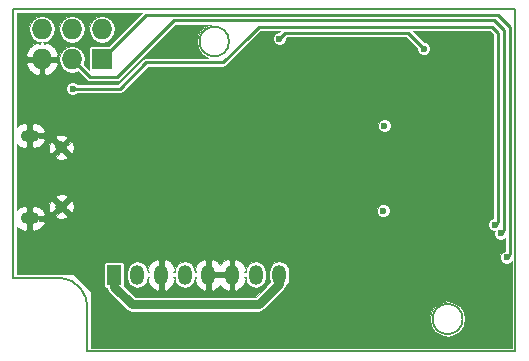
<source format=gbl>
G04 #@! TF.FileFunction,Copper,L2,Bot,Signal*
%FSLAX46Y46*%
G04 Gerber Fmt 4.6, Leading zero omitted, Abs format (unit mm)*
G04 Created by KiCad (PCBNEW (2016-01-28 BZR 6518)-product) date Saturday, May 07, 2016 'PMt' 06:41:03 PM*
%MOMM*%
G01*
G04 APERTURE LIST*
%ADD10C,0.100000*%
%ADD11C,0.500000*%
%ADD12C,0.150000*%
%ADD13C,1.000000*%
%ADD14O,1.550000X1.000000*%
%ADD15R,1.727200X1.727200*%
%ADD16O,1.727200X1.727200*%
%ADD17R,1.198880X1.699260*%
%ADD18O,1.198880X1.699260*%
%ADD19C,0.600000*%
%ADD20C,0.750000*%
%ADD21C,0.250000*%
G04 APERTURE END LIST*
D10*
D11*
X100975000Y-67750000D02*
X101800000Y-67750000D01*
D12*
X101775000Y-60575000D02*
X101775000Y-60550000D01*
D11*
X100950000Y-60750000D02*
X101775000Y-60750000D01*
D12*
X101875000Y-60775000D02*
X101875000Y-60700000D01*
X100800000Y-60900000D02*
X100800000Y-60700000D01*
X101900000Y-60600000D02*
X101900000Y-60900000D01*
X142500000Y-79000000D02*
X106250000Y-79000000D01*
X100000000Y-50000000D02*
X142250000Y-50000000D01*
X142500000Y-50000000D02*
X100000000Y-50000000D01*
X142500000Y-50500000D02*
X142500000Y-50000000D01*
X138024755Y-76250000D02*
G75*
G03X138024755Y-76250000I-1274755J0D01*
G01*
X118250000Y-52750000D02*
G75*
G03X118250000Y-52750000I-1250000J0D01*
G01*
X100000000Y-72750000D02*
X100250000Y-72750000D01*
X100000000Y-50000000D02*
X100000000Y-72750000D01*
X106250000Y-75500000D02*
X106250000Y-79000000D01*
X100000000Y-72750000D02*
X102750000Y-72750000D01*
X104000000Y-72750000D02*
X100000000Y-72750000D01*
X106250000Y-75500000D02*
G75*
G03X104000000Y-72750000I-2500000J250000D01*
G01*
X100000000Y-50500000D02*
X100000000Y-50000000D01*
X142500000Y-79000000D02*
X142500000Y-50500000D01*
D13*
X104062540Y-61724100D03*
X104062540Y-66724100D03*
D14*
X101362540Y-60724100D03*
X101362540Y-67724100D03*
D15*
X107500000Y-54250000D03*
D16*
X107500000Y-51710000D03*
X104960000Y-54250000D03*
X104960000Y-51710000D03*
X102420000Y-54250000D03*
X102420000Y-51710000D03*
D17*
X108499760Y-72500000D03*
D18*
X110498740Y-72500000D03*
X112500260Y-72500000D03*
X114499240Y-72500000D03*
X116500760Y-72500000D03*
X118499740Y-72500000D03*
X120501260Y-72500000D03*
X122500240Y-72500000D03*
D19*
X131300000Y-67100000D03*
X131400000Y-59900000D03*
X109900000Y-61250000D03*
X122500000Y-59450000D03*
X107250000Y-63000000D03*
X108250000Y-63000000D03*
X107750000Y-62250000D03*
X114250000Y-62250000D03*
X113750000Y-63000000D03*
X114750000Y-63000000D03*
X127250000Y-70750000D03*
X126250000Y-70750000D03*
X134750000Y-53350000D03*
X122500000Y-52500000D03*
X140750000Y-68250000D03*
X105000000Y-56750000D03*
X141250000Y-69000000D03*
X141750000Y-71000000D03*
D20*
X108499760Y-72500000D02*
X108499760Y-73499760D01*
X120750000Y-75000000D02*
X122500240Y-73249760D01*
X110000000Y-75000000D02*
X120750000Y-75000000D01*
X108499760Y-73499760D02*
X110000000Y-75000000D01*
X122500240Y-73249760D02*
X122500240Y-72500000D01*
D21*
X123000000Y-52000000D02*
X122500000Y-52500000D01*
X134750000Y-53350000D02*
X133400000Y-52000000D01*
X133400000Y-52000000D02*
X123000000Y-52000000D01*
X120000000Y-52250000D02*
X117750000Y-54500000D01*
X140500000Y-51500000D02*
X120750000Y-51500000D01*
X141000000Y-52000000D02*
X140500000Y-51500000D01*
X141000000Y-68000000D02*
X141000000Y-52000000D01*
X140750000Y-68250000D02*
X141000000Y-68000000D01*
X120750000Y-51500000D02*
X120000000Y-52250000D01*
X109000000Y-56750000D02*
X105000000Y-56750000D01*
X111250000Y-54500000D02*
X109000000Y-56750000D01*
X117750000Y-54500000D02*
X111250000Y-54500000D01*
X114250000Y-50950002D02*
X113549998Y-50950002D01*
X140700002Y-50950002D02*
X114250000Y-50950002D01*
X141549998Y-51799998D02*
X140700002Y-50950002D01*
X141549998Y-68700002D02*
X141549998Y-51799998D01*
X141250000Y-69000000D02*
X141549998Y-68700002D01*
X106460000Y-55750000D02*
X104960000Y-54250000D01*
X108750000Y-55750000D02*
X106460000Y-55750000D01*
X113549998Y-50950002D02*
X108750000Y-55750000D01*
X114250000Y-50500000D02*
X111250000Y-50500000D01*
X141750000Y-71000000D02*
X142000000Y-70750000D01*
X142000000Y-70750000D02*
X142000000Y-51500000D01*
X142000000Y-51500000D02*
X141000000Y-50500000D01*
X141000000Y-50500000D02*
X114250000Y-50500000D01*
X111250000Y-50500000D02*
X107500000Y-54250000D01*
D10*
G36*
X108088167Y-53131503D02*
X106636400Y-53131503D01*
X106538855Y-53150906D01*
X106456161Y-53206161D01*
X106400906Y-53288855D01*
X106381503Y-53386400D01*
X106381503Y-55113600D01*
X106388349Y-55148019D01*
X105968593Y-54728263D01*
X105988832Y-54697973D01*
X106073600Y-54271817D01*
X106073600Y-54228183D01*
X105988832Y-53802027D01*
X105747434Y-53440749D01*
X105386156Y-53199351D01*
X104960000Y-53114583D01*
X104533844Y-53199351D01*
X104172566Y-53440749D01*
X103931168Y-53802027D01*
X103846400Y-54228183D01*
X103846400Y-54271817D01*
X103931168Y-54697973D01*
X104172566Y-55059251D01*
X104533844Y-55300649D01*
X104960000Y-55385417D01*
X105386156Y-55300649D01*
X105442603Y-55262933D01*
X106194835Y-56015165D01*
X106316493Y-56096455D01*
X106460000Y-56125000D01*
X108750000Y-56125000D01*
X108893507Y-56096455D01*
X109015165Y-56015165D01*
X113705328Y-51325002D01*
X116748624Y-51325002D01*
X116435542Y-51387278D01*
X115957017Y-51707017D01*
X115637278Y-52185542D01*
X115525000Y-52750000D01*
X115637278Y-53314458D01*
X115957017Y-53792983D01*
X116435542Y-54112722D01*
X116497267Y-54125000D01*
X111250000Y-54125000D01*
X111106494Y-54153545D01*
X110984835Y-54234835D01*
X108844670Y-56375000D01*
X105402793Y-56375000D01*
X105311957Y-56284005D01*
X105109882Y-56200096D01*
X104891078Y-56199905D01*
X104688857Y-56283461D01*
X104534005Y-56438043D01*
X104450096Y-56640118D01*
X104449905Y-56858922D01*
X104533461Y-57061143D01*
X104688043Y-57215995D01*
X104890118Y-57299904D01*
X105108922Y-57300095D01*
X105311143Y-57216539D01*
X105402842Y-57125000D01*
X109000000Y-57125000D01*
X109143507Y-57096455D01*
X109265165Y-57015165D01*
X111405330Y-54875000D01*
X117750000Y-54875000D01*
X117893507Y-54846455D01*
X118015165Y-54765165D01*
X120905330Y-51875000D01*
X122594670Y-51875000D01*
X122519653Y-51950017D01*
X122391078Y-51949905D01*
X122188857Y-52033461D01*
X122034005Y-52188043D01*
X121950096Y-52390118D01*
X121949905Y-52608922D01*
X122033461Y-52811143D01*
X122188043Y-52965995D01*
X122390118Y-53049904D01*
X122608922Y-53050095D01*
X122811143Y-52966539D01*
X122965995Y-52811957D01*
X123049904Y-52609882D01*
X123050017Y-52480313D01*
X123155330Y-52375000D01*
X133244670Y-52375000D01*
X134200017Y-53330347D01*
X134199905Y-53458922D01*
X134283461Y-53661143D01*
X134438043Y-53815995D01*
X134640118Y-53899904D01*
X134858922Y-53900095D01*
X135061143Y-53816539D01*
X135215995Y-53661957D01*
X135299904Y-53459882D01*
X135300095Y-53241078D01*
X135216539Y-53038857D01*
X135061957Y-52884005D01*
X134859882Y-52800096D01*
X134730313Y-52799983D01*
X133805330Y-51875000D01*
X140344670Y-51875000D01*
X140625000Y-52155330D01*
X140625000Y-67706548D01*
X140438857Y-67783461D01*
X140284005Y-67938043D01*
X140200096Y-68140118D01*
X140199905Y-68358922D01*
X140283461Y-68561143D01*
X140438043Y-68715995D01*
X140640118Y-68799904D01*
X140737521Y-68799989D01*
X140700096Y-68890118D01*
X140699905Y-69108922D01*
X140783461Y-69311143D01*
X140938043Y-69465995D01*
X141140118Y-69549904D01*
X141358922Y-69550095D01*
X141561143Y-69466539D01*
X141625000Y-69402793D01*
X141625000Y-70456548D01*
X141438857Y-70533461D01*
X141284005Y-70688043D01*
X141200096Y-70890118D01*
X141199905Y-71108922D01*
X141283461Y-71311143D01*
X141438043Y-71465995D01*
X141640118Y-71549904D01*
X141858922Y-71550095D01*
X142061143Y-71466539D01*
X142200000Y-71327924D01*
X142200000Y-78700000D01*
X106550000Y-78700000D01*
X106550000Y-76250000D01*
X135250245Y-76250000D01*
X135364407Y-76823931D01*
X135689513Y-77310487D01*
X136176069Y-77635593D01*
X136750000Y-77749755D01*
X137323931Y-77635593D01*
X137810487Y-77310487D01*
X138135593Y-76823931D01*
X138249755Y-76250000D01*
X138135593Y-75676069D01*
X137810487Y-75189513D01*
X137323931Y-74864407D01*
X136750000Y-74750245D01*
X136176069Y-74864407D01*
X135689513Y-75189513D01*
X135364407Y-75676069D01*
X135250245Y-76250000D01*
X106550000Y-76250000D01*
X106550000Y-74000000D01*
X106546194Y-73980866D01*
X106535355Y-73964645D01*
X105035355Y-72464645D01*
X105019134Y-72453806D01*
X105000000Y-72450000D01*
X100300000Y-72450000D01*
X100300000Y-71650370D01*
X107645423Y-71650370D01*
X107645423Y-73349630D01*
X107664826Y-73447175D01*
X107720081Y-73529869D01*
X107802775Y-73585124D01*
X107895405Y-73603549D01*
X107922335Y-73738937D01*
X108057818Y-73941702D01*
X109558058Y-75441942D01*
X109760823Y-75577425D01*
X110000000Y-75625001D01*
X110000005Y-75625000D01*
X120750000Y-75625000D01*
X120989177Y-75577425D01*
X121191942Y-75441942D01*
X122942182Y-73691702D01*
X123077665Y-73488938D01*
X123100845Y-73372405D01*
X123100885Y-73372378D01*
X123285020Y-73096800D01*
X123349680Y-72771733D01*
X123349680Y-72228267D01*
X123285020Y-71903200D01*
X123100885Y-71627622D01*
X122825307Y-71443487D01*
X122500240Y-71378827D01*
X122175173Y-71443487D01*
X121899595Y-71627622D01*
X121715460Y-71903200D01*
X121650800Y-72228267D01*
X121650800Y-72771733D01*
X121715460Y-73096800D01*
X121737032Y-73129084D01*
X120491116Y-74375000D01*
X110258884Y-74375000D01*
X109333238Y-73449354D01*
X109334694Y-73447175D01*
X109354097Y-73349630D01*
X109354097Y-72228267D01*
X109649300Y-72228267D01*
X109649300Y-72771733D01*
X109713960Y-73096800D01*
X109898095Y-73372378D01*
X110173673Y-73556513D01*
X110498740Y-73621173D01*
X110823807Y-73556513D01*
X111099385Y-73372378D01*
X111283520Y-73096800D01*
X111348180Y-72771733D01*
X111348180Y-72704002D01*
X111478260Y-72704002D01*
X111345835Y-72886267D01*
X111485785Y-73317688D01*
X111780179Y-73662713D01*
X112120543Y-73843571D01*
X112296260Y-73747479D01*
X112296260Y-72704000D01*
X112276260Y-72704000D01*
X112276260Y-72296000D01*
X112296260Y-72296000D01*
X112296260Y-71252521D01*
X112704260Y-71252521D01*
X112704260Y-72296000D01*
X112724260Y-72296000D01*
X112724260Y-72704000D01*
X112704260Y-72704000D01*
X112704260Y-73747479D01*
X112879977Y-73843571D01*
X113220341Y-73662713D01*
X113514735Y-73317688D01*
X113654685Y-72886267D01*
X113522260Y-72704002D01*
X113649800Y-72704002D01*
X113649800Y-72771733D01*
X113714460Y-73096800D01*
X113898595Y-73372378D01*
X114174173Y-73556513D01*
X114499240Y-73621173D01*
X114824307Y-73556513D01*
X115099885Y-73372378D01*
X115284020Y-73096800D01*
X115348680Y-72771733D01*
X115348680Y-72704002D01*
X115478760Y-72704002D01*
X115346335Y-72886267D01*
X115486285Y-73317688D01*
X115780679Y-73662713D01*
X116121043Y-73843571D01*
X116296760Y-73747479D01*
X116296760Y-72704000D01*
X116704760Y-72704000D01*
X116704760Y-73747479D01*
X116880477Y-73843571D01*
X117220841Y-73662713D01*
X117500250Y-73335250D01*
X117779659Y-73662713D01*
X118120023Y-73843571D01*
X118295740Y-73747479D01*
X118295740Y-72704000D01*
X116704760Y-72704000D01*
X116296760Y-72704000D01*
X116276760Y-72704000D01*
X116276760Y-72296000D01*
X116296760Y-72296000D01*
X116296760Y-71252521D01*
X116704760Y-71252521D01*
X116704760Y-72296000D01*
X118295740Y-72296000D01*
X118295740Y-71252521D01*
X118703740Y-71252521D01*
X118703740Y-72296000D01*
X118723740Y-72296000D01*
X118723740Y-72704000D01*
X118703740Y-72704000D01*
X118703740Y-73747479D01*
X118879457Y-73843571D01*
X119219821Y-73662713D01*
X119514215Y-73317688D01*
X119654165Y-72886267D01*
X119521740Y-72704002D01*
X119651820Y-72704002D01*
X119651820Y-72771733D01*
X119716480Y-73096800D01*
X119900615Y-73372378D01*
X120176193Y-73556513D01*
X120501260Y-73621173D01*
X120826327Y-73556513D01*
X121101905Y-73372378D01*
X121286040Y-73096800D01*
X121350700Y-72771733D01*
X121350700Y-72228267D01*
X121286040Y-71903200D01*
X121101905Y-71627622D01*
X120826327Y-71443487D01*
X120501260Y-71378827D01*
X120176193Y-71443487D01*
X119900615Y-71627622D01*
X119716480Y-71903200D01*
X119651820Y-72228267D01*
X119651820Y-72295998D01*
X119521740Y-72295998D01*
X119654165Y-72113733D01*
X119514215Y-71682312D01*
X119219821Y-71337287D01*
X118879457Y-71156429D01*
X118703740Y-71252521D01*
X118295740Y-71252521D01*
X118120023Y-71156429D01*
X117779659Y-71337287D01*
X117500250Y-71664750D01*
X117220841Y-71337287D01*
X116880477Y-71156429D01*
X116704760Y-71252521D01*
X116296760Y-71252521D01*
X116121043Y-71156429D01*
X115780679Y-71337287D01*
X115486285Y-71682312D01*
X115346335Y-72113733D01*
X115478760Y-72295998D01*
X115348680Y-72295998D01*
X115348680Y-72228267D01*
X115284020Y-71903200D01*
X115099885Y-71627622D01*
X114824307Y-71443487D01*
X114499240Y-71378827D01*
X114174173Y-71443487D01*
X113898595Y-71627622D01*
X113714460Y-71903200D01*
X113649800Y-72228267D01*
X113649800Y-72295998D01*
X113522260Y-72295998D01*
X113654685Y-72113733D01*
X113514735Y-71682312D01*
X113220341Y-71337287D01*
X112879977Y-71156429D01*
X112704260Y-71252521D01*
X112296260Y-71252521D01*
X112120543Y-71156429D01*
X111780179Y-71337287D01*
X111485785Y-71682312D01*
X111345835Y-72113733D01*
X111478260Y-72295998D01*
X111348180Y-72295998D01*
X111348180Y-72228267D01*
X111283520Y-71903200D01*
X111099385Y-71627622D01*
X110823807Y-71443487D01*
X110498740Y-71378827D01*
X110173673Y-71443487D01*
X109898095Y-71627622D01*
X109713960Y-71903200D01*
X109649300Y-72228267D01*
X109354097Y-72228267D01*
X109354097Y-71650370D01*
X109334694Y-71552825D01*
X109279439Y-71470131D01*
X109196745Y-71414876D01*
X109099200Y-71395473D01*
X107900320Y-71395473D01*
X107802775Y-71414876D01*
X107720081Y-71470131D01*
X107664826Y-71552825D01*
X107645423Y-71650370D01*
X100300000Y-71650370D01*
X100300000Y-68433422D01*
X100591713Y-68669101D01*
X100991092Y-68786912D01*
X101158540Y-68649415D01*
X101158540Y-68150000D01*
X101566540Y-68150000D01*
X101566540Y-68649415D01*
X101733988Y-68786912D01*
X102133367Y-68669101D01*
X102457261Y-68407422D01*
X102630992Y-68087990D01*
X102533099Y-67928100D01*
X102152830Y-67928100D01*
X102169552Y-67903073D01*
X102200000Y-67750000D01*
X102169552Y-67596927D01*
X102118218Y-67520100D01*
X102533099Y-67520100D01*
X102535224Y-67516629D01*
X103558511Y-67516629D01*
X103604961Y-67700969D01*
X104013624Y-67801717D01*
X104429734Y-67738407D01*
X104520119Y-67700969D01*
X104566569Y-67516629D01*
X104062540Y-67012600D01*
X103558511Y-67516629D01*
X102535224Y-67516629D01*
X102630992Y-67360210D01*
X102457261Y-67040778D01*
X102133367Y-66779099D01*
X101781096Y-66675184D01*
X102984923Y-66675184D01*
X103048233Y-67091294D01*
X103085671Y-67181679D01*
X103270011Y-67228129D01*
X103774040Y-66724100D01*
X104351040Y-66724100D01*
X104855069Y-67228129D01*
X104931293Y-67208922D01*
X130749905Y-67208922D01*
X130833461Y-67411143D01*
X130988043Y-67565995D01*
X131190118Y-67649904D01*
X131408922Y-67650095D01*
X131611143Y-67566539D01*
X131765995Y-67411957D01*
X131849904Y-67209882D01*
X131850095Y-66991078D01*
X131766539Y-66788857D01*
X131611957Y-66634005D01*
X131409882Y-66550096D01*
X131191078Y-66549905D01*
X130988857Y-66633461D01*
X130834005Y-66788043D01*
X130750096Y-66990118D01*
X130749905Y-67208922D01*
X104931293Y-67208922D01*
X105039409Y-67181679D01*
X105140157Y-66773016D01*
X105076847Y-66356906D01*
X105039409Y-66266521D01*
X104855069Y-66220071D01*
X104351040Y-66724100D01*
X103774040Y-66724100D01*
X103270011Y-66220071D01*
X103085671Y-66266521D01*
X102984923Y-66675184D01*
X101781096Y-66675184D01*
X101733988Y-66661288D01*
X101566540Y-66798785D01*
X101566540Y-67350000D01*
X101158540Y-67350000D01*
X101158540Y-66798785D01*
X100991092Y-66661288D01*
X100591713Y-66779099D01*
X100300000Y-67014778D01*
X100300000Y-65931571D01*
X103558511Y-65931571D01*
X104062540Y-66435600D01*
X104566569Y-65931571D01*
X104520119Y-65747231D01*
X104111456Y-65646483D01*
X103695346Y-65709793D01*
X103604961Y-65747231D01*
X103558511Y-65931571D01*
X100300000Y-65931571D01*
X100300000Y-62516629D01*
X103558511Y-62516629D01*
X103604961Y-62700969D01*
X104013624Y-62801717D01*
X104429734Y-62738407D01*
X104520119Y-62700969D01*
X104566569Y-62516629D01*
X104062540Y-62012600D01*
X103558511Y-62516629D01*
X100300000Y-62516629D01*
X100300000Y-61433422D01*
X100591713Y-61669101D01*
X100991092Y-61786912D01*
X101158540Y-61649415D01*
X101158540Y-61150000D01*
X101566540Y-61150000D01*
X101566540Y-61649415D01*
X101733988Y-61786912D01*
X102112745Y-61675184D01*
X102984923Y-61675184D01*
X103048233Y-62091294D01*
X103085671Y-62181679D01*
X103270011Y-62228129D01*
X103774040Y-61724100D01*
X104351040Y-61724100D01*
X104855069Y-62228129D01*
X105039409Y-62181679D01*
X105140157Y-61773016D01*
X105076847Y-61356906D01*
X105039409Y-61266521D01*
X104855069Y-61220071D01*
X104351040Y-61724100D01*
X103774040Y-61724100D01*
X103270011Y-61220071D01*
X103085671Y-61266521D01*
X102984923Y-61675184D01*
X102112745Y-61675184D01*
X102133367Y-61669101D01*
X102457261Y-61407422D01*
X102630992Y-61087990D01*
X102535225Y-60931571D01*
X103558511Y-60931571D01*
X104062540Y-61435600D01*
X104566569Y-60931571D01*
X104520119Y-60747231D01*
X104111456Y-60646483D01*
X103695346Y-60709793D01*
X103604961Y-60747231D01*
X103558511Y-60931571D01*
X102535225Y-60931571D01*
X102533099Y-60928100D01*
X102127830Y-60928100D01*
X102144552Y-60903073D01*
X102175000Y-60750000D01*
X102144552Y-60596927D01*
X102115842Y-60553959D01*
X102109107Y-60520100D01*
X102533099Y-60520100D01*
X102630992Y-60360210D01*
X102457261Y-60040778D01*
X102417832Y-60008922D01*
X130849905Y-60008922D01*
X130933461Y-60211143D01*
X131088043Y-60365995D01*
X131290118Y-60449904D01*
X131508922Y-60450095D01*
X131711143Y-60366539D01*
X131865995Y-60211957D01*
X131949904Y-60009882D01*
X131950095Y-59791078D01*
X131866539Y-59588857D01*
X131711957Y-59434005D01*
X131509882Y-59350096D01*
X131291078Y-59349905D01*
X131088857Y-59433461D01*
X130934005Y-59588043D01*
X130850096Y-59790118D01*
X130849905Y-60008922D01*
X102417832Y-60008922D01*
X102133367Y-59779099D01*
X101733988Y-59661288D01*
X101566540Y-59798785D01*
X101566540Y-60350000D01*
X101158540Y-60350000D01*
X101158540Y-59798785D01*
X100991092Y-59661288D01*
X100591713Y-59779099D01*
X100300000Y-60014778D01*
X100300000Y-54671577D01*
X101062331Y-54671577D01*
X101327008Y-55159044D01*
X101758083Y-55508117D01*
X101998426Y-55607653D01*
X102216000Y-55515766D01*
X102216000Y-54454000D01*
X102624000Y-54454000D01*
X102624000Y-55515766D01*
X102841574Y-55607653D01*
X103081917Y-55508117D01*
X103512992Y-55159044D01*
X103777669Y-54671577D01*
X103687403Y-54454000D01*
X102624000Y-54454000D01*
X102216000Y-54454000D01*
X101152597Y-54454000D01*
X101062331Y-54671577D01*
X100300000Y-54671577D01*
X100300000Y-53828423D01*
X101062331Y-53828423D01*
X101152597Y-54046000D01*
X102216000Y-54046000D01*
X102216000Y-54026000D01*
X102624000Y-54026000D01*
X102624000Y-54046000D01*
X103687403Y-54046000D01*
X103777669Y-53828423D01*
X103512992Y-53340956D01*
X103081917Y-52991883D01*
X102841574Y-52892347D01*
X102624002Y-52984233D01*
X102624002Y-52828400D01*
X102505550Y-52828400D01*
X102846156Y-52760649D01*
X103207434Y-52519251D01*
X103448832Y-52157973D01*
X103533600Y-51731817D01*
X103533600Y-51688183D01*
X103846400Y-51688183D01*
X103846400Y-51731817D01*
X103931168Y-52157973D01*
X104172566Y-52519251D01*
X104533844Y-52760649D01*
X104960000Y-52845417D01*
X105386156Y-52760649D01*
X105747434Y-52519251D01*
X105988832Y-52157973D01*
X106073600Y-51731817D01*
X106073600Y-51688183D01*
X106386400Y-51688183D01*
X106386400Y-51731817D01*
X106471168Y-52157973D01*
X106712566Y-52519251D01*
X107073844Y-52760649D01*
X107500000Y-52845417D01*
X107926156Y-52760649D01*
X108287434Y-52519251D01*
X108528832Y-52157973D01*
X108613600Y-51731817D01*
X108613600Y-51688183D01*
X108528832Y-51262027D01*
X108287434Y-50900749D01*
X107926156Y-50659351D01*
X107500000Y-50574583D01*
X107073844Y-50659351D01*
X106712566Y-50900749D01*
X106471168Y-51262027D01*
X106386400Y-51688183D01*
X106073600Y-51688183D01*
X105988832Y-51262027D01*
X105747434Y-50900749D01*
X105386156Y-50659351D01*
X104960000Y-50574583D01*
X104533844Y-50659351D01*
X104172566Y-50900749D01*
X103931168Y-51262027D01*
X103846400Y-51688183D01*
X103533600Y-51688183D01*
X103448832Y-51262027D01*
X103207434Y-50900749D01*
X102846156Y-50659351D01*
X102420000Y-50574583D01*
X101993844Y-50659351D01*
X101632566Y-50900749D01*
X101391168Y-51262027D01*
X101306400Y-51688183D01*
X101306400Y-51731817D01*
X101391168Y-52157973D01*
X101632566Y-52519251D01*
X101993844Y-52760649D01*
X102334450Y-52828400D01*
X102215998Y-52828400D01*
X102215998Y-52984233D01*
X101998426Y-52892347D01*
X101758083Y-52991883D01*
X101327008Y-53340956D01*
X101062331Y-53828423D01*
X100300000Y-53828423D01*
X100300000Y-50300000D01*
X110919670Y-50300000D01*
X108088167Y-53131503D01*
X108088167Y-53131503D01*
G37*
X108088167Y-53131503D02*
X106636400Y-53131503D01*
X106538855Y-53150906D01*
X106456161Y-53206161D01*
X106400906Y-53288855D01*
X106381503Y-53386400D01*
X106381503Y-55113600D01*
X106388349Y-55148019D01*
X105968593Y-54728263D01*
X105988832Y-54697973D01*
X106073600Y-54271817D01*
X106073600Y-54228183D01*
X105988832Y-53802027D01*
X105747434Y-53440749D01*
X105386156Y-53199351D01*
X104960000Y-53114583D01*
X104533844Y-53199351D01*
X104172566Y-53440749D01*
X103931168Y-53802027D01*
X103846400Y-54228183D01*
X103846400Y-54271817D01*
X103931168Y-54697973D01*
X104172566Y-55059251D01*
X104533844Y-55300649D01*
X104960000Y-55385417D01*
X105386156Y-55300649D01*
X105442603Y-55262933D01*
X106194835Y-56015165D01*
X106316493Y-56096455D01*
X106460000Y-56125000D01*
X108750000Y-56125000D01*
X108893507Y-56096455D01*
X109015165Y-56015165D01*
X113705328Y-51325002D01*
X116748624Y-51325002D01*
X116435542Y-51387278D01*
X115957017Y-51707017D01*
X115637278Y-52185542D01*
X115525000Y-52750000D01*
X115637278Y-53314458D01*
X115957017Y-53792983D01*
X116435542Y-54112722D01*
X116497267Y-54125000D01*
X111250000Y-54125000D01*
X111106494Y-54153545D01*
X110984835Y-54234835D01*
X108844670Y-56375000D01*
X105402793Y-56375000D01*
X105311957Y-56284005D01*
X105109882Y-56200096D01*
X104891078Y-56199905D01*
X104688857Y-56283461D01*
X104534005Y-56438043D01*
X104450096Y-56640118D01*
X104449905Y-56858922D01*
X104533461Y-57061143D01*
X104688043Y-57215995D01*
X104890118Y-57299904D01*
X105108922Y-57300095D01*
X105311143Y-57216539D01*
X105402842Y-57125000D01*
X109000000Y-57125000D01*
X109143507Y-57096455D01*
X109265165Y-57015165D01*
X111405330Y-54875000D01*
X117750000Y-54875000D01*
X117893507Y-54846455D01*
X118015165Y-54765165D01*
X120905330Y-51875000D01*
X122594670Y-51875000D01*
X122519653Y-51950017D01*
X122391078Y-51949905D01*
X122188857Y-52033461D01*
X122034005Y-52188043D01*
X121950096Y-52390118D01*
X121949905Y-52608922D01*
X122033461Y-52811143D01*
X122188043Y-52965995D01*
X122390118Y-53049904D01*
X122608922Y-53050095D01*
X122811143Y-52966539D01*
X122965995Y-52811957D01*
X123049904Y-52609882D01*
X123050017Y-52480313D01*
X123155330Y-52375000D01*
X133244670Y-52375000D01*
X134200017Y-53330347D01*
X134199905Y-53458922D01*
X134283461Y-53661143D01*
X134438043Y-53815995D01*
X134640118Y-53899904D01*
X134858922Y-53900095D01*
X135061143Y-53816539D01*
X135215995Y-53661957D01*
X135299904Y-53459882D01*
X135300095Y-53241078D01*
X135216539Y-53038857D01*
X135061957Y-52884005D01*
X134859882Y-52800096D01*
X134730313Y-52799983D01*
X133805330Y-51875000D01*
X140344670Y-51875000D01*
X140625000Y-52155330D01*
X140625000Y-67706548D01*
X140438857Y-67783461D01*
X140284005Y-67938043D01*
X140200096Y-68140118D01*
X140199905Y-68358922D01*
X140283461Y-68561143D01*
X140438043Y-68715995D01*
X140640118Y-68799904D01*
X140737521Y-68799989D01*
X140700096Y-68890118D01*
X140699905Y-69108922D01*
X140783461Y-69311143D01*
X140938043Y-69465995D01*
X141140118Y-69549904D01*
X141358922Y-69550095D01*
X141561143Y-69466539D01*
X141625000Y-69402793D01*
X141625000Y-70456548D01*
X141438857Y-70533461D01*
X141284005Y-70688043D01*
X141200096Y-70890118D01*
X141199905Y-71108922D01*
X141283461Y-71311143D01*
X141438043Y-71465995D01*
X141640118Y-71549904D01*
X141858922Y-71550095D01*
X142061143Y-71466539D01*
X142200000Y-71327924D01*
X142200000Y-78700000D01*
X106550000Y-78700000D01*
X106550000Y-76250000D01*
X135250245Y-76250000D01*
X135364407Y-76823931D01*
X135689513Y-77310487D01*
X136176069Y-77635593D01*
X136750000Y-77749755D01*
X137323931Y-77635593D01*
X137810487Y-77310487D01*
X138135593Y-76823931D01*
X138249755Y-76250000D01*
X138135593Y-75676069D01*
X137810487Y-75189513D01*
X137323931Y-74864407D01*
X136750000Y-74750245D01*
X136176069Y-74864407D01*
X135689513Y-75189513D01*
X135364407Y-75676069D01*
X135250245Y-76250000D01*
X106550000Y-76250000D01*
X106550000Y-74000000D01*
X106546194Y-73980866D01*
X106535355Y-73964645D01*
X105035355Y-72464645D01*
X105019134Y-72453806D01*
X105000000Y-72450000D01*
X100300000Y-72450000D01*
X100300000Y-71650370D01*
X107645423Y-71650370D01*
X107645423Y-73349630D01*
X107664826Y-73447175D01*
X107720081Y-73529869D01*
X107802775Y-73585124D01*
X107895405Y-73603549D01*
X107922335Y-73738937D01*
X108057818Y-73941702D01*
X109558058Y-75441942D01*
X109760823Y-75577425D01*
X110000000Y-75625001D01*
X110000005Y-75625000D01*
X120750000Y-75625000D01*
X120989177Y-75577425D01*
X121191942Y-75441942D01*
X122942182Y-73691702D01*
X123077665Y-73488938D01*
X123100845Y-73372405D01*
X123100885Y-73372378D01*
X123285020Y-73096800D01*
X123349680Y-72771733D01*
X123349680Y-72228267D01*
X123285020Y-71903200D01*
X123100885Y-71627622D01*
X122825307Y-71443487D01*
X122500240Y-71378827D01*
X122175173Y-71443487D01*
X121899595Y-71627622D01*
X121715460Y-71903200D01*
X121650800Y-72228267D01*
X121650800Y-72771733D01*
X121715460Y-73096800D01*
X121737032Y-73129084D01*
X120491116Y-74375000D01*
X110258884Y-74375000D01*
X109333238Y-73449354D01*
X109334694Y-73447175D01*
X109354097Y-73349630D01*
X109354097Y-72228267D01*
X109649300Y-72228267D01*
X109649300Y-72771733D01*
X109713960Y-73096800D01*
X109898095Y-73372378D01*
X110173673Y-73556513D01*
X110498740Y-73621173D01*
X110823807Y-73556513D01*
X111099385Y-73372378D01*
X111283520Y-73096800D01*
X111348180Y-72771733D01*
X111348180Y-72704002D01*
X111478260Y-72704002D01*
X111345835Y-72886267D01*
X111485785Y-73317688D01*
X111780179Y-73662713D01*
X112120543Y-73843571D01*
X112296260Y-73747479D01*
X112296260Y-72704000D01*
X112276260Y-72704000D01*
X112276260Y-72296000D01*
X112296260Y-72296000D01*
X112296260Y-71252521D01*
X112704260Y-71252521D01*
X112704260Y-72296000D01*
X112724260Y-72296000D01*
X112724260Y-72704000D01*
X112704260Y-72704000D01*
X112704260Y-73747479D01*
X112879977Y-73843571D01*
X113220341Y-73662713D01*
X113514735Y-73317688D01*
X113654685Y-72886267D01*
X113522260Y-72704002D01*
X113649800Y-72704002D01*
X113649800Y-72771733D01*
X113714460Y-73096800D01*
X113898595Y-73372378D01*
X114174173Y-73556513D01*
X114499240Y-73621173D01*
X114824307Y-73556513D01*
X115099885Y-73372378D01*
X115284020Y-73096800D01*
X115348680Y-72771733D01*
X115348680Y-72704002D01*
X115478760Y-72704002D01*
X115346335Y-72886267D01*
X115486285Y-73317688D01*
X115780679Y-73662713D01*
X116121043Y-73843571D01*
X116296760Y-73747479D01*
X116296760Y-72704000D01*
X116704760Y-72704000D01*
X116704760Y-73747479D01*
X116880477Y-73843571D01*
X117220841Y-73662713D01*
X117500250Y-73335250D01*
X117779659Y-73662713D01*
X118120023Y-73843571D01*
X118295740Y-73747479D01*
X118295740Y-72704000D01*
X116704760Y-72704000D01*
X116296760Y-72704000D01*
X116276760Y-72704000D01*
X116276760Y-72296000D01*
X116296760Y-72296000D01*
X116296760Y-71252521D01*
X116704760Y-71252521D01*
X116704760Y-72296000D01*
X118295740Y-72296000D01*
X118295740Y-71252521D01*
X118703740Y-71252521D01*
X118703740Y-72296000D01*
X118723740Y-72296000D01*
X118723740Y-72704000D01*
X118703740Y-72704000D01*
X118703740Y-73747479D01*
X118879457Y-73843571D01*
X119219821Y-73662713D01*
X119514215Y-73317688D01*
X119654165Y-72886267D01*
X119521740Y-72704002D01*
X119651820Y-72704002D01*
X119651820Y-72771733D01*
X119716480Y-73096800D01*
X119900615Y-73372378D01*
X120176193Y-73556513D01*
X120501260Y-73621173D01*
X120826327Y-73556513D01*
X121101905Y-73372378D01*
X121286040Y-73096800D01*
X121350700Y-72771733D01*
X121350700Y-72228267D01*
X121286040Y-71903200D01*
X121101905Y-71627622D01*
X120826327Y-71443487D01*
X120501260Y-71378827D01*
X120176193Y-71443487D01*
X119900615Y-71627622D01*
X119716480Y-71903200D01*
X119651820Y-72228267D01*
X119651820Y-72295998D01*
X119521740Y-72295998D01*
X119654165Y-72113733D01*
X119514215Y-71682312D01*
X119219821Y-71337287D01*
X118879457Y-71156429D01*
X118703740Y-71252521D01*
X118295740Y-71252521D01*
X118120023Y-71156429D01*
X117779659Y-71337287D01*
X117500250Y-71664750D01*
X117220841Y-71337287D01*
X116880477Y-71156429D01*
X116704760Y-71252521D01*
X116296760Y-71252521D01*
X116121043Y-71156429D01*
X115780679Y-71337287D01*
X115486285Y-71682312D01*
X115346335Y-72113733D01*
X115478760Y-72295998D01*
X115348680Y-72295998D01*
X115348680Y-72228267D01*
X115284020Y-71903200D01*
X115099885Y-71627622D01*
X114824307Y-71443487D01*
X114499240Y-71378827D01*
X114174173Y-71443487D01*
X113898595Y-71627622D01*
X113714460Y-71903200D01*
X113649800Y-72228267D01*
X113649800Y-72295998D01*
X113522260Y-72295998D01*
X113654685Y-72113733D01*
X113514735Y-71682312D01*
X113220341Y-71337287D01*
X112879977Y-71156429D01*
X112704260Y-71252521D01*
X112296260Y-71252521D01*
X112120543Y-71156429D01*
X111780179Y-71337287D01*
X111485785Y-71682312D01*
X111345835Y-72113733D01*
X111478260Y-72295998D01*
X111348180Y-72295998D01*
X111348180Y-72228267D01*
X111283520Y-71903200D01*
X111099385Y-71627622D01*
X110823807Y-71443487D01*
X110498740Y-71378827D01*
X110173673Y-71443487D01*
X109898095Y-71627622D01*
X109713960Y-71903200D01*
X109649300Y-72228267D01*
X109354097Y-72228267D01*
X109354097Y-71650370D01*
X109334694Y-71552825D01*
X109279439Y-71470131D01*
X109196745Y-71414876D01*
X109099200Y-71395473D01*
X107900320Y-71395473D01*
X107802775Y-71414876D01*
X107720081Y-71470131D01*
X107664826Y-71552825D01*
X107645423Y-71650370D01*
X100300000Y-71650370D01*
X100300000Y-68433422D01*
X100591713Y-68669101D01*
X100991092Y-68786912D01*
X101158540Y-68649415D01*
X101158540Y-68150000D01*
X101566540Y-68150000D01*
X101566540Y-68649415D01*
X101733988Y-68786912D01*
X102133367Y-68669101D01*
X102457261Y-68407422D01*
X102630992Y-68087990D01*
X102533099Y-67928100D01*
X102152830Y-67928100D01*
X102169552Y-67903073D01*
X102200000Y-67750000D01*
X102169552Y-67596927D01*
X102118218Y-67520100D01*
X102533099Y-67520100D01*
X102535224Y-67516629D01*
X103558511Y-67516629D01*
X103604961Y-67700969D01*
X104013624Y-67801717D01*
X104429734Y-67738407D01*
X104520119Y-67700969D01*
X104566569Y-67516629D01*
X104062540Y-67012600D01*
X103558511Y-67516629D01*
X102535224Y-67516629D01*
X102630992Y-67360210D01*
X102457261Y-67040778D01*
X102133367Y-66779099D01*
X101781096Y-66675184D01*
X102984923Y-66675184D01*
X103048233Y-67091294D01*
X103085671Y-67181679D01*
X103270011Y-67228129D01*
X103774040Y-66724100D01*
X104351040Y-66724100D01*
X104855069Y-67228129D01*
X104931293Y-67208922D01*
X130749905Y-67208922D01*
X130833461Y-67411143D01*
X130988043Y-67565995D01*
X131190118Y-67649904D01*
X131408922Y-67650095D01*
X131611143Y-67566539D01*
X131765995Y-67411957D01*
X131849904Y-67209882D01*
X131850095Y-66991078D01*
X131766539Y-66788857D01*
X131611957Y-66634005D01*
X131409882Y-66550096D01*
X131191078Y-66549905D01*
X130988857Y-66633461D01*
X130834005Y-66788043D01*
X130750096Y-66990118D01*
X130749905Y-67208922D01*
X104931293Y-67208922D01*
X105039409Y-67181679D01*
X105140157Y-66773016D01*
X105076847Y-66356906D01*
X105039409Y-66266521D01*
X104855069Y-66220071D01*
X104351040Y-66724100D01*
X103774040Y-66724100D01*
X103270011Y-66220071D01*
X103085671Y-66266521D01*
X102984923Y-66675184D01*
X101781096Y-66675184D01*
X101733988Y-66661288D01*
X101566540Y-66798785D01*
X101566540Y-67350000D01*
X101158540Y-67350000D01*
X101158540Y-66798785D01*
X100991092Y-66661288D01*
X100591713Y-66779099D01*
X100300000Y-67014778D01*
X100300000Y-65931571D01*
X103558511Y-65931571D01*
X104062540Y-66435600D01*
X104566569Y-65931571D01*
X104520119Y-65747231D01*
X104111456Y-65646483D01*
X103695346Y-65709793D01*
X103604961Y-65747231D01*
X103558511Y-65931571D01*
X100300000Y-65931571D01*
X100300000Y-62516629D01*
X103558511Y-62516629D01*
X103604961Y-62700969D01*
X104013624Y-62801717D01*
X104429734Y-62738407D01*
X104520119Y-62700969D01*
X104566569Y-62516629D01*
X104062540Y-62012600D01*
X103558511Y-62516629D01*
X100300000Y-62516629D01*
X100300000Y-61433422D01*
X100591713Y-61669101D01*
X100991092Y-61786912D01*
X101158540Y-61649415D01*
X101158540Y-61150000D01*
X101566540Y-61150000D01*
X101566540Y-61649415D01*
X101733988Y-61786912D01*
X102112745Y-61675184D01*
X102984923Y-61675184D01*
X103048233Y-62091294D01*
X103085671Y-62181679D01*
X103270011Y-62228129D01*
X103774040Y-61724100D01*
X104351040Y-61724100D01*
X104855069Y-62228129D01*
X105039409Y-62181679D01*
X105140157Y-61773016D01*
X105076847Y-61356906D01*
X105039409Y-61266521D01*
X104855069Y-61220071D01*
X104351040Y-61724100D01*
X103774040Y-61724100D01*
X103270011Y-61220071D01*
X103085671Y-61266521D01*
X102984923Y-61675184D01*
X102112745Y-61675184D01*
X102133367Y-61669101D01*
X102457261Y-61407422D01*
X102630992Y-61087990D01*
X102535225Y-60931571D01*
X103558511Y-60931571D01*
X104062540Y-61435600D01*
X104566569Y-60931571D01*
X104520119Y-60747231D01*
X104111456Y-60646483D01*
X103695346Y-60709793D01*
X103604961Y-60747231D01*
X103558511Y-60931571D01*
X102535225Y-60931571D01*
X102533099Y-60928100D01*
X102127830Y-60928100D01*
X102144552Y-60903073D01*
X102175000Y-60750000D01*
X102144552Y-60596927D01*
X102115842Y-60553959D01*
X102109107Y-60520100D01*
X102533099Y-60520100D01*
X102630992Y-60360210D01*
X102457261Y-60040778D01*
X102417832Y-60008922D01*
X130849905Y-60008922D01*
X130933461Y-60211143D01*
X131088043Y-60365995D01*
X131290118Y-60449904D01*
X131508922Y-60450095D01*
X131711143Y-60366539D01*
X131865995Y-60211957D01*
X131949904Y-60009882D01*
X131950095Y-59791078D01*
X131866539Y-59588857D01*
X131711957Y-59434005D01*
X131509882Y-59350096D01*
X131291078Y-59349905D01*
X131088857Y-59433461D01*
X130934005Y-59588043D01*
X130850096Y-59790118D01*
X130849905Y-60008922D01*
X102417832Y-60008922D01*
X102133367Y-59779099D01*
X101733988Y-59661288D01*
X101566540Y-59798785D01*
X101566540Y-60350000D01*
X101158540Y-60350000D01*
X101158540Y-59798785D01*
X100991092Y-59661288D01*
X100591713Y-59779099D01*
X100300000Y-60014778D01*
X100300000Y-54671577D01*
X101062331Y-54671577D01*
X101327008Y-55159044D01*
X101758083Y-55508117D01*
X101998426Y-55607653D01*
X102216000Y-55515766D01*
X102216000Y-54454000D01*
X102624000Y-54454000D01*
X102624000Y-55515766D01*
X102841574Y-55607653D01*
X103081917Y-55508117D01*
X103512992Y-55159044D01*
X103777669Y-54671577D01*
X103687403Y-54454000D01*
X102624000Y-54454000D01*
X102216000Y-54454000D01*
X101152597Y-54454000D01*
X101062331Y-54671577D01*
X100300000Y-54671577D01*
X100300000Y-53828423D01*
X101062331Y-53828423D01*
X101152597Y-54046000D01*
X102216000Y-54046000D01*
X102216000Y-54026000D01*
X102624000Y-54026000D01*
X102624000Y-54046000D01*
X103687403Y-54046000D01*
X103777669Y-53828423D01*
X103512992Y-53340956D01*
X103081917Y-52991883D01*
X102841574Y-52892347D01*
X102624002Y-52984233D01*
X102624002Y-52828400D01*
X102505550Y-52828400D01*
X102846156Y-52760649D01*
X103207434Y-52519251D01*
X103448832Y-52157973D01*
X103533600Y-51731817D01*
X103533600Y-51688183D01*
X103846400Y-51688183D01*
X103846400Y-51731817D01*
X103931168Y-52157973D01*
X104172566Y-52519251D01*
X104533844Y-52760649D01*
X104960000Y-52845417D01*
X105386156Y-52760649D01*
X105747434Y-52519251D01*
X105988832Y-52157973D01*
X106073600Y-51731817D01*
X106073600Y-51688183D01*
X106386400Y-51688183D01*
X106386400Y-51731817D01*
X106471168Y-52157973D01*
X106712566Y-52519251D01*
X107073844Y-52760649D01*
X107500000Y-52845417D01*
X107926156Y-52760649D01*
X108287434Y-52519251D01*
X108528832Y-52157973D01*
X108613600Y-51731817D01*
X108613600Y-51688183D01*
X108528832Y-51262027D01*
X108287434Y-50900749D01*
X107926156Y-50659351D01*
X107500000Y-50574583D01*
X107073844Y-50659351D01*
X106712566Y-50900749D01*
X106471168Y-51262027D01*
X106386400Y-51688183D01*
X106073600Y-51688183D01*
X105988832Y-51262027D01*
X105747434Y-50900749D01*
X105386156Y-50659351D01*
X104960000Y-50574583D01*
X104533844Y-50659351D01*
X104172566Y-50900749D01*
X103931168Y-51262027D01*
X103846400Y-51688183D01*
X103533600Y-51688183D01*
X103448832Y-51262027D01*
X103207434Y-50900749D01*
X102846156Y-50659351D01*
X102420000Y-50574583D01*
X101993844Y-50659351D01*
X101632566Y-50900749D01*
X101391168Y-51262027D01*
X101306400Y-51688183D01*
X101306400Y-51731817D01*
X101391168Y-52157973D01*
X101632566Y-52519251D01*
X101993844Y-52760649D01*
X102334450Y-52828400D01*
X102215998Y-52828400D01*
X102215998Y-52984233D01*
X101998426Y-52892347D01*
X101758083Y-52991883D01*
X101327008Y-53340956D01*
X101062331Y-53828423D01*
X100300000Y-53828423D01*
X100300000Y-50300000D01*
X110919670Y-50300000D01*
X108088167Y-53131503D01*
M02*

</source>
